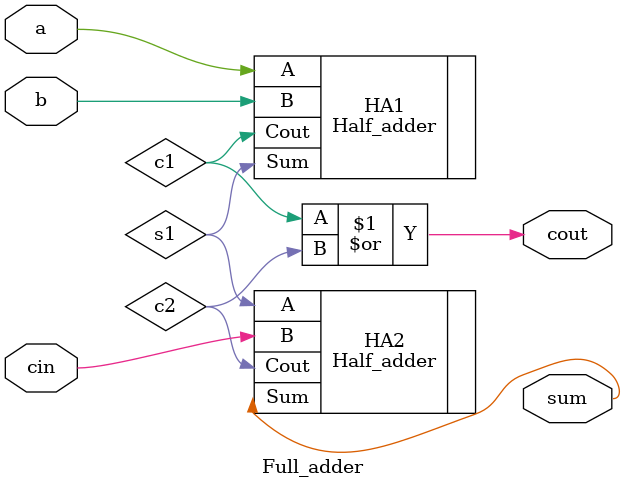
<source format=v>
module Full_adder(
    input a,
    input b,
    input cin,
    output sum,
    output cout
    );
    wire s1,c1,c2;
    
    Half_adder HA1(
    .A(a),
    .B(b),
    .Sum(s1),
    .Cout(c1)
    );
    
    Half_adder HA2(
    .A(s1),
    .B(cin),
    .Sum(sum),
    .Cout(c2)
    );
    
    assign cout= c1 | c2;
    
endmodule
</source>
